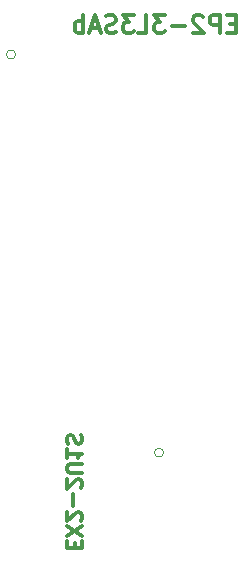
<source format=gbo>
G04 #@! TF.GenerationSoftware,KiCad,Pcbnew,(5.1.6-0-10_14)*
G04 #@! TF.CreationDate,2021-10-07T10:13:42+09:00*
G04 #@! TF.ProjectId,panel_breakouts_211007,70616e65-6c5f-4627-9265-616b6f757473,rev?*
G04 #@! TF.SameCoordinates,Original*
G04 #@! TF.FileFunction,Legend,Bot*
G04 #@! TF.FilePolarity,Positive*
%FSLAX46Y46*%
G04 Gerber Fmt 4.6, Leading zero omitted, Abs format (unit mm)*
G04 Created by KiCad (PCBNEW (5.1.6-0-10_14)) date 2021-10-07 10:13:42*
%MOMM*%
%LPD*%
G01*
G04 APERTURE LIST*
%ADD10C,0.300000*%
%ADD11C,0.120000*%
G04 APERTURE END LIST*
D10*
X99622714Y-123519380D02*
X99622714Y-123096047D01*
X98957476Y-122914619D02*
X98957476Y-123519380D01*
X100227476Y-123519380D01*
X100227476Y-122914619D01*
X100227476Y-122491285D02*
X98957476Y-121644619D01*
X100227476Y-121644619D02*
X98957476Y-122491285D01*
X100106523Y-121221285D02*
X100167000Y-121160809D01*
X100227476Y-121039857D01*
X100227476Y-120737476D01*
X100167000Y-120616523D01*
X100106523Y-120556047D01*
X99985571Y-120495571D01*
X99864619Y-120495571D01*
X99683190Y-120556047D01*
X98957476Y-121281761D01*
X98957476Y-120495571D01*
X99441285Y-119951285D02*
X99441285Y-118983666D01*
X100106523Y-118439380D02*
X100167000Y-118378904D01*
X100227476Y-118257952D01*
X100227476Y-117955571D01*
X100167000Y-117834619D01*
X100106523Y-117774142D01*
X99985571Y-117713666D01*
X99864619Y-117713666D01*
X99683190Y-117774142D01*
X98957476Y-118499857D01*
X98957476Y-117713666D01*
X100227476Y-117169380D02*
X99199380Y-117169380D01*
X99078428Y-117108904D01*
X99017952Y-117048428D01*
X98957476Y-116927476D01*
X98957476Y-116685571D01*
X99017952Y-116564619D01*
X99078428Y-116504142D01*
X99199380Y-116443666D01*
X100227476Y-116443666D01*
X98957476Y-115173666D02*
X98957476Y-115899380D01*
X98957476Y-115536523D02*
X100227476Y-115536523D01*
X100046047Y-115657476D01*
X99925095Y-115778428D01*
X99864619Y-115899380D01*
X99017952Y-114689857D02*
X98957476Y-114508428D01*
X98957476Y-114206047D01*
X99017952Y-114085095D01*
X99078428Y-114024619D01*
X99199380Y-113964142D01*
X99320333Y-113964142D01*
X99441285Y-114024619D01*
X99501761Y-114085095D01*
X99562238Y-114206047D01*
X99622714Y-114447952D01*
X99683190Y-114568904D01*
X99743666Y-114629380D01*
X99864619Y-114689857D01*
X99985571Y-114689857D01*
X100106523Y-114629380D01*
X100167000Y-114568904D01*
X100227476Y-114447952D01*
X100227476Y-114145571D01*
X100167000Y-113964142D01*
X113247714Y-79158857D02*
X112747714Y-79158857D01*
X112533428Y-79944571D02*
X113247714Y-79944571D01*
X113247714Y-78444571D01*
X112533428Y-78444571D01*
X111890571Y-79944571D02*
X111890571Y-78444571D01*
X111319142Y-78444571D01*
X111176285Y-78516000D01*
X111104857Y-78587428D01*
X111033428Y-78730285D01*
X111033428Y-78944571D01*
X111104857Y-79087428D01*
X111176285Y-79158857D01*
X111319142Y-79230285D01*
X111890571Y-79230285D01*
X110462000Y-78587428D02*
X110390571Y-78516000D01*
X110247714Y-78444571D01*
X109890571Y-78444571D01*
X109747714Y-78516000D01*
X109676285Y-78587428D01*
X109604857Y-78730285D01*
X109604857Y-78873142D01*
X109676285Y-79087428D01*
X110533428Y-79944571D01*
X109604857Y-79944571D01*
X108962000Y-79373142D02*
X107819142Y-79373142D01*
X107247714Y-78444571D02*
X106319142Y-78444571D01*
X106819142Y-79016000D01*
X106604857Y-79016000D01*
X106462000Y-79087428D01*
X106390571Y-79158857D01*
X106319142Y-79301714D01*
X106319142Y-79658857D01*
X106390571Y-79801714D01*
X106462000Y-79873142D01*
X106604857Y-79944571D01*
X107033428Y-79944571D01*
X107176285Y-79873142D01*
X107247714Y-79801714D01*
X104962000Y-79944571D02*
X105676285Y-79944571D01*
X105676285Y-78444571D01*
X104604857Y-78444571D02*
X103676285Y-78444571D01*
X104176285Y-79016000D01*
X103962000Y-79016000D01*
X103819142Y-79087428D01*
X103747714Y-79158857D01*
X103676285Y-79301714D01*
X103676285Y-79658857D01*
X103747714Y-79801714D01*
X103819142Y-79873142D01*
X103962000Y-79944571D01*
X104390571Y-79944571D01*
X104533428Y-79873142D01*
X104604857Y-79801714D01*
X103104857Y-79873142D02*
X102890571Y-79944571D01*
X102533428Y-79944571D01*
X102390571Y-79873142D01*
X102319142Y-79801714D01*
X102247714Y-79658857D01*
X102247714Y-79516000D01*
X102319142Y-79373142D01*
X102390571Y-79301714D01*
X102533428Y-79230285D01*
X102819142Y-79158857D01*
X102962000Y-79087428D01*
X103033428Y-79016000D01*
X103104857Y-78873142D01*
X103104857Y-78730285D01*
X103033428Y-78587428D01*
X102962000Y-78516000D01*
X102819142Y-78444571D01*
X102462000Y-78444571D01*
X102247714Y-78516000D01*
X101676285Y-79516000D02*
X100962000Y-79516000D01*
X101819142Y-79944571D02*
X101319142Y-78444571D01*
X100819142Y-79944571D01*
X100319142Y-79944571D02*
X100319142Y-78444571D01*
X100319142Y-79016000D02*
X100176285Y-78944571D01*
X99890571Y-78944571D01*
X99747714Y-79016000D01*
X99676285Y-79087428D01*
X99604857Y-79230285D01*
X99604857Y-79658857D01*
X99676285Y-79801714D01*
X99747714Y-79873142D01*
X99890571Y-79944571D01*
X100176285Y-79944571D01*
X100319142Y-79873142D01*
D11*
X107133000Y-115462501D02*
G75*
G03*
X107133000Y-115462501I-381000J0D01*
G01*
X94603000Y-81755499D02*
G75*
G03*
X94603000Y-81755499I-381000J0D01*
G01*
M02*

</source>
